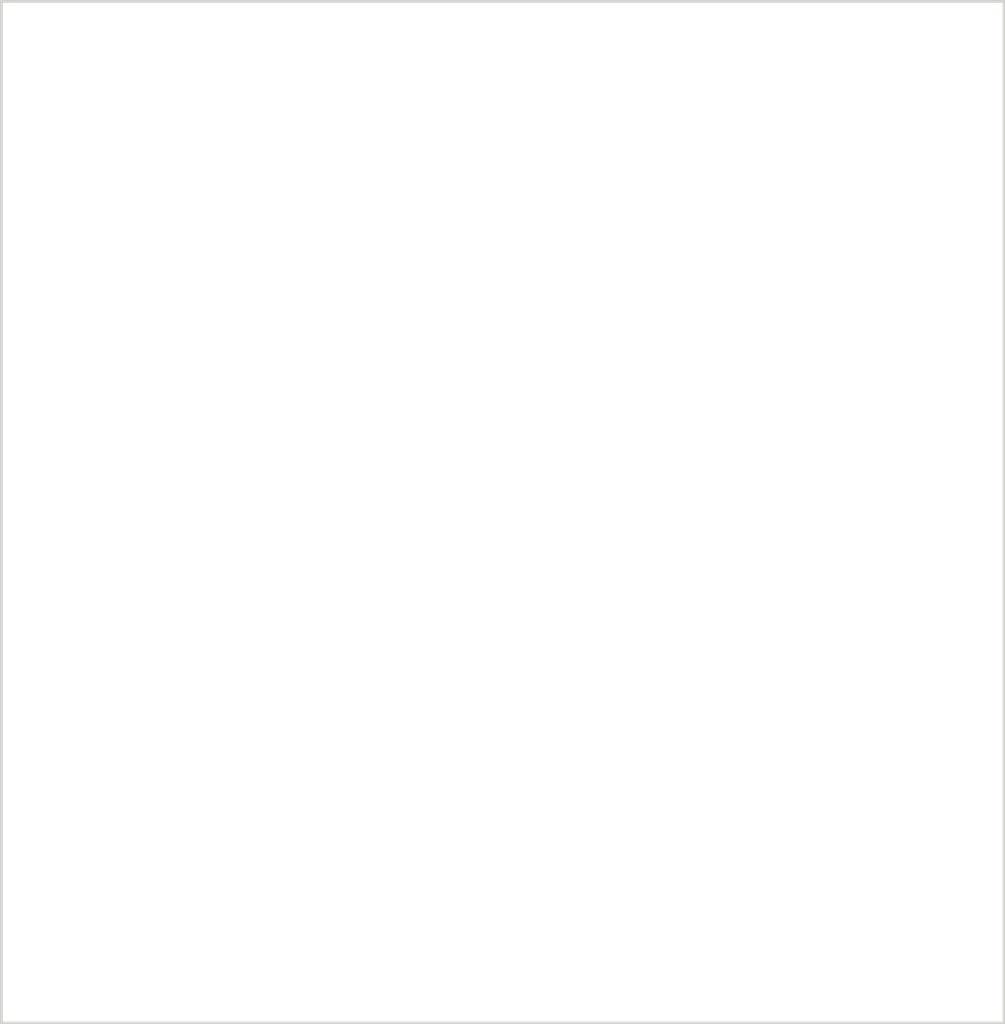
<source format=kicad_pcb>
(kicad_pcb (version 20171130) (host pcbnew "(5.0.0-rc2-dev-482-gf81c77cd4)")

  (general
    (thickness 1.6)
    (drawings 4)
    (tracks 0)
    (zones 0)
    (modules 0)
    (nets 1)
  )

  (page A4)
  (layers
    (0 F.Cu signal)
    (31 B.Cu signal)
    (32 B.Adhes user)
    (33 F.Adhes user)
    (34 B.Paste user)
    (35 F.Paste user)
    (36 B.SilkS user)
    (37 F.SilkS user)
    (38 B.Mask user)
    (39 F.Mask user)
    (40 Dwgs.User user)
    (41 Cmts.User user)
    (42 Eco1.User user)
    (43 Eco2.User user)
    (44 Edge.Cuts user)
    (45 Margin user)
    (46 B.CrtYd user)
    (47 F.CrtYd user)
    (48 B.Fab user)
    (49 F.Fab user)
  )

  (setup
    (last_trace_width 0.25)
    (user_trace_width 1.27)
    (trace_clearance 0.127)
    (zone_clearance 0.508)
    (zone_45_only no)
    (trace_min 0.127)
    (segment_width 0.2)
    (edge_width 0.15)
    (via_size 0.6)
    (via_drill 0.4)
    (via_min_size 0.508)
    (via_min_drill 0.3)
    (uvia_size 0.3)
    (uvia_drill 0.1)
    (uvias_allowed no)
    (uvia_min_size 0.2)
    (uvia_min_drill 0.1)
    (pcb_text_width 0.3)
    (pcb_text_size 1.5 1.5)
    (mod_edge_width 0.15)
    (mod_text_size 1 1)
    (mod_text_width 0.15)
    (pad_size 1.6 1.6)
    (pad_drill 1)
    (pad_to_mask_clearance 0.2)
    (aux_axis_origin 90.2208 61.2394)
    (visible_elements FFFFFFFF)
    (pcbplotparams
      (layerselection 0x010f0_ffffffff)
      (usegerberextensions true)
      (usegerberattributes false)
      (usegerberadvancedattributes false)
      (creategerberjobfile false)
      (excludeedgelayer true)
      (linewidth 0.100000)
      (plotframeref false)
      (viasonmask false)
      (mode 1)
      (useauxorigin false)
      (hpglpennumber 1)
      (hpglpenspeed 20)
      (hpglpendiameter 15)
      (psnegative false)
      (psa4output false)
      (plotreference true)
      (plotvalue true)
      (plotinvisibletext false)
      (padsonsilk false)
      (subtractmaskfromsilk false)
      (outputformat 1)
      (mirror false)
      (drillshape 0)
      (scaleselection 1)
      (outputdirectory plot/))
  )

  (net 0 "")

  (net_class Default "This is the default net class."
    (clearance 0.127)
    (trace_width 0.25)
    (via_dia 0.6)
    (via_drill 0.4)
    (uvia_dia 0.3)
    (uvia_drill 0.1)
  )

  (net_class 1.27mm ""
    (clearance 0.127)
    (trace_width 1.27)
    (via_dia 0.6)
    (via_drill 0.4)
    (uvia_dia 0.3)
    (uvia_drill 0.1)
  )

  (gr_line (start 74 20) (end 74 75) (angle 90) (layer Edge.Cuts) (width 0.15) (tstamp 5AFCC2C3))
  (gr_line (start 20 20) (end 20 75) (angle 90) (layer Edge.Cuts) (width 0.15))
  (gr_line (start 20 20) (end 74 20) (angle 90) (layer Edge.Cuts) (width 0.15))
  (gr_line (start 20 75) (end 74 75) (angle 90) (layer Edge.Cuts) (width 0.15))

)

</source>
